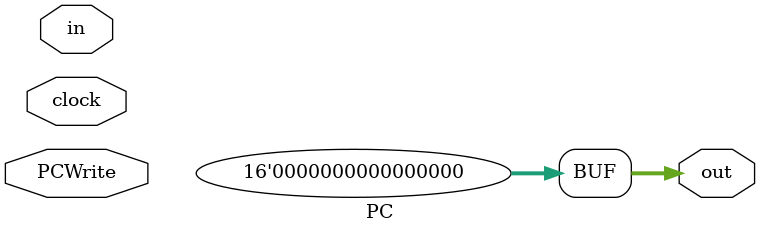
<source format=v>
`timescale 1ns / 1ps
module PC(
    input [15:0] in,
    output [15:0] out,
    input clock,
    input PCWrite
    );
initial out = 0;
always @ (posedge clock)
begin
	if(PCWrite==1)
	begin
		pc_out = pc_in;
	end
end
endmodule

</source>
